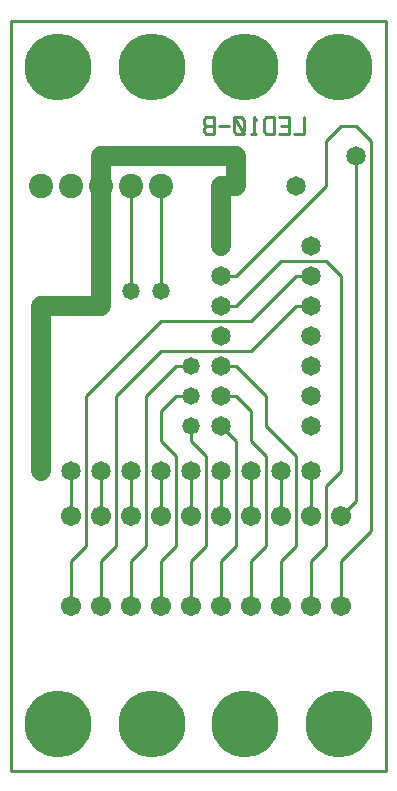
<source format=gbl>
%MOIN*%
%FSLAX25Y25*%
G04 D10 used for Character Trace; *
G04     Circle (OD=.01000) (No hole)*
G04 D11 used for Power Trace; *
G04     Circle (OD=.06700) (No hole)*
G04 D12 used for Signal Trace; *
G04     Circle (OD=.01100) (No hole)*
G04 D13 used for Via; *
G04     Circle (OD=.05800) (Round. Hole ID=.02800)*
G04 D14 used for Component hole; *
G04     Circle (OD=.06500) (Round. Hole ID=.03500)*
G04 D15 used for Component hole; *
G04     Circle (OD=.06700) (Round. Hole ID=.04300)*
G04 D16 used for Component hole; *
G04     Circle (OD=.08100) (Round. Hole ID=.05100)*
G04 D17 used for Component hole; *
G04     Circle (OD=.08900) (Round. Hole ID=.05900)*
G04 D18 used for Component hole; *
G04     Circle (OD=.11300) (Round. Hole ID=.08300)*
G04 D19 used for Component hole; *
G04     Circle (OD=.16000) (Round. Hole ID=.13000)*
G04 D20 used for Component hole; *
G04     Circle (OD=.18300) (Round. Hole ID=.15300)*
G04 D21 used for Component hole; *
G04     Circle (OD=.22291) (Round. Hole ID=.19291)*
%ADD10C,.01000*%
%ADD11C,.06700*%
%ADD12C,.01100*%
%ADD13C,.05800*%
%ADD14C,.06500*%
%ADD15C,.06700*%
%ADD16C,.08100*%
%ADD17C,.08900*%
%ADD18C,.11300*%
%ADD19C,.16000*%
%ADD20C,.18300*%
%ADD21C,.22291*%
%IPPOS*%
%LPD*%
G90*X0Y0D02*D21*X15625Y15625D03*X46875D03*D15*    
X50000Y55000D03*D12*Y70000D01*X55000Y75000D01*    
Y105000D01*X50000Y110000D01*Y120000D01*           
X55000Y125000D01*X60000D01*D13*D03*D14*           
X70000Y115000D03*D12*X75000Y110000D01*Y75000D01*  
X70000Y70000D01*Y55000D01*D15*D03*X80000D03*D12*  
Y70000D01*X85000Y75000D01*Y105000D01*             
X80000Y110000D01*Y120000D01*X75000Y125000D01*     
X70000D01*D14*D03*D13*X60000Y135000D03*D12*       
X55000D01*X45000Y125000D01*Y75000D01*             
X40000Y70000D01*Y55000D01*D15*D03*X30000D03*D12*  
Y70000D01*X35000Y75000D01*Y125000D01*             
X50000Y140000D01*X80000D01*X95000Y155000D01*      
X100000D01*D14*D03*D12*X110000Y100000D02*         
Y165000D01*X105000Y95000D02*X110000Y100000D01*    
X105000Y75000D02*Y95000D01*X100000Y70000D02*      
X105000Y75000D01*X100000Y55000D02*Y70000D01*D15*  
Y55000D03*X110000D03*D12*Y70000D01*               
X120000Y80000D01*Y210000D01*X115000Y215000D01*    
X110000D01*X105000Y210000D01*Y195000D01*          
X75000Y165000D01*X70000D01*D14*D03*Y175000D03*D11*
Y195000D01*X75000D01*D14*D03*D11*Y205000D01*D14*  
D03*D11*X30000D01*Y195000D01*D16*D03*D11*         
Y155000D01*X10000D01*Y100000D01*D14*D03*X20000D03*
D12*Y85000D01*D15*D03*X30000D03*D12*Y100000D01*   
D14*D03*X40000D03*D12*Y85000D01*D15*D03*X50000D03*
D12*Y100000D01*D14*D03*D12*X65000Y105000D02*      
X60000Y110000D01*X65000Y75000D02*Y105000D01*      
X60000Y70000D02*X65000Y75000D01*X60000Y55000D02*  
Y70000D01*D15*Y55000D03*X90000Y85000D03*D12*      
Y100000D01*D14*D03*D12*X95000Y75000D02*Y105000D01*
X90000Y70000D02*X95000Y75000D01*X90000Y55000D02*  
Y70000D01*D15*Y55000D03*X60000Y85000D03*D12*      
Y100000D01*D14*D03*X70000D03*D12*Y85000D01*D15*   
D03*X80000D03*D12*Y100000D01*D14*D03*D12*         
X95000Y105000D02*X85000Y115000D01*D14*            
X100000Y100000D03*D12*Y85000D01*D15*D03*          
X110000D03*D12*X115000Y90000D01*Y205000D01*D14*   
D03*X95000Y195000D03*X100000Y175000D03*D21*       
X109375Y234375D03*X78125D03*D12*X75000Y155000D02* 
X90000Y170000D01*X70000Y155000D02*X75000D01*D14*  
X70000D03*D12*X50000Y150000D02*X80000D01*         
X25000Y125000D02*X50000Y150000D01*X25000Y75000D02*
Y125000D01*X20000Y70000D02*X25000Y75000D01*       
X20000Y55000D02*Y70000D01*D15*Y55000D03*D12*      
X60000Y110000D02*Y115000D01*D13*D03*D12*          
X85000Y125000D02*X75000Y135000D01*                
X85000Y115000D02*Y125000D01*D14*X100000Y115000D03*
Y125000D03*Y135000D03*D12*X70000D02*X75000D01*D14*
X70000D03*Y145000D03*D12*X80000Y150000D02*        
X95000Y165000D01*X100000D01*D14*D03*D12*          
X110000D02*X105000Y170000D01*X90000D01*D14*       
X100000Y145000D03*D16*X50000Y195000D03*D12*       
Y160000D01*D13*D03*X40000D03*D12*Y195000D01*D16*  
D03*X20000D03*D10*X97511Y217871D02*Y212129D01*    
X94163D01*X89163D02*X92511D01*Y217871D01*         
X89163D01*X92511Y215000D02*X90000D01*             
X87511Y212129D02*Y217871D01*X85000D01*            
X84163Y216914D01*Y213086D01*X85000Y212129D01*     
X87511D01*X81674Y216914D02*X80837Y217871D01*      
Y212129D01*X81674D02*X80000D01*X74163Y213086D02*  
X75000Y212129D01*X76674D01*X77511Y213086D01*      
Y216914D01*X76674Y217871D01*X75000D01*            
X74163Y216914D01*Y213086D01*X77511Y212129D02*     
X74163Y217871D01*X72511Y215000D02*X69163D01*      
X67511Y212129D02*Y217871D01*X65000D01*            
X64163Y216914D01*Y215957D01*X65000Y215000D01*     
X64163Y214043D01*Y213086D01*X65000Y212129D01*     
X67511D01*Y215000D02*X65000D01*D16*               
X10000Y195000D03*D21*X46875Y234375D03*X15625D03*  
D12*X0Y0D02*Y250000D01*Y0D02*X125000D01*          
Y250000D01*X0D01*D21*X78125Y15625D03*X109375D03*  
M02*                                              

</source>
